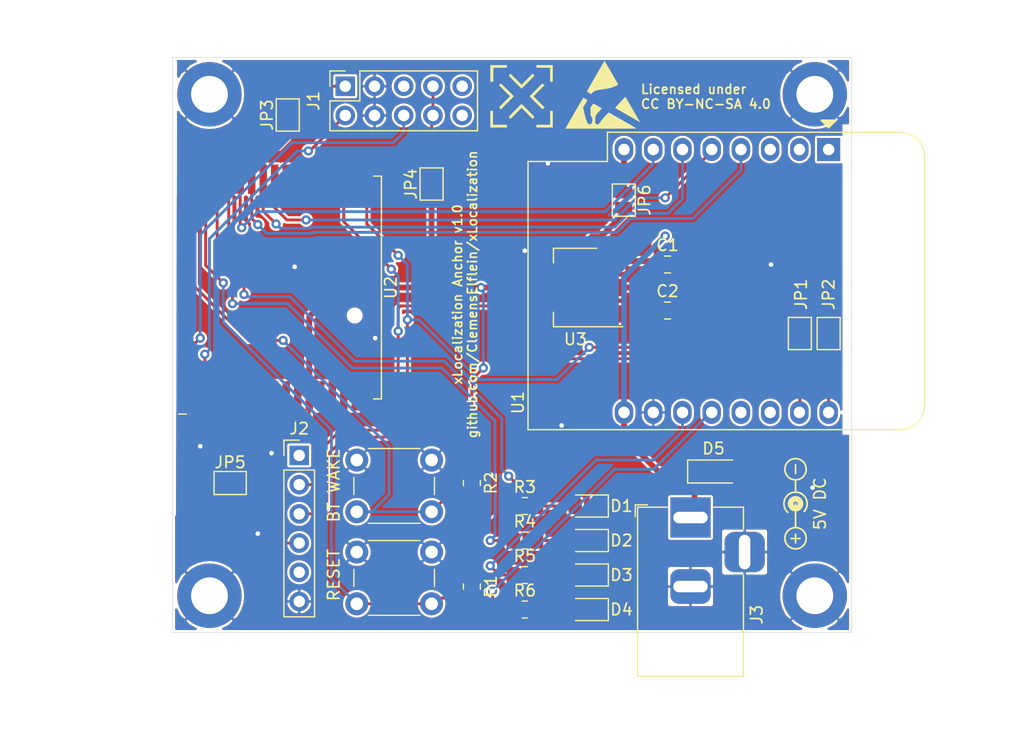
<source format=kicad_pcb>
(kicad_pcb (version 20171130) (host pcbnew "(5.1.10)-1")
  (layers (0 F.Cu signal) (31 B.Cu signal) (34 B.Paste user) (35 F.Paste user) (36 B.SilkS user) (37 F.SilkS user) (38 B.Mask user) (39 F.Mask user) (44 Edge.Cuts user))
  (net 0 "")
  (net 1 "Net-(D1-Pad2)")
  (net 2 GND)
  (net 3 "Net-(D2-Pad2)")
  (net 4 "Net-(J1-Pad7)")
  (net 5 /SWD_CLK)
  (net 6 /SWD_DIO)
  (net 7 "Net-(J1-Pad1)")
  (net 8 "Net-(JP1-Pad2)")
  (net 9 "Net-(JP2-Pad2)")
  (net 10 /DWM_RESET)
  (net 11 +3V3)
  (net 12 "Net-(R1-Pad2)")
  (net 13 "Net-(R3-Pad1)")
  (net 14 "Net-(R4-Pad1)")
  (net 15 "Net-(U1-Pad7)")
  (net 16 "Net-(U1-Pad6)")
  (net 17 "Net-(U1-Pad5)")
  (net 18 "Net-(U1-Pad4)")
  (net 19 +5V)
  (net 20 "Net-(D3-Pad2)")
  (net 21 "Net-(D4-Pad2)")
  (net 22 "Net-(J2-Pad4)")
  (net 23 /DWM_RX)
  (net 24 /DWM_TX)
  (net 25 "Net-(JP6-Pad1)")
  (net 26 "Net-(R5-Pad1)")
  (net 27 "Net-(R6-Pad1)")
  (module Symbol:ESD-Logo_6.6x6mm_SilkScreen (layer F.Cu) (at 136.375 19.225)
    (fp_text reference REF** hide)
    (fp_text value ESD-Logo_6.6x6mm_SilkScreen hide)
  )
  (module x-tech-logo:x-tech-logo (layer F.Cu) (at 129.375 19.4 270)
    (fp_text reference G*** hide)
    (fp_text value LOGO hide)
  )
  (module Symbol:Symbol_Barrel_Polarity (layer F.Cu) (at 153.2 54.8 270)
    (fp_text reference REF** hide)
    (fp_text value Symbol_Barrel_Polarity)
  )
  (module MountingHole:MountingHole_3.2mm_M3_DIN965_Pad (layer F.Cu) (at 154.8 62.8)
    (fp_text reference H4 hide)
    (fp_text value MountingHole_Pad)
    (pad 1 thru_hole circle (at 0 0) (size 5.6 5.6) (drill 3.2) (layers *.Cu *.Mask) (net 2 GND))
  )
  (module MountingHole:MountingHole_3.2mm_M3_DIN965_Pad (layer F.Cu) (at 102.2 19.2)
    (fp_text reference H3 hide)
    (fp_text value MountingHole_Pad)
    (pad 1 thru_hole circle (at 0 0) (size 5.6 5.6) (drill 3.2) (layers *.Cu *.Mask) (net 2 GND))
  )
  (module MountingHole:MountingHole_3.2mm_M3_DIN965_Pad (layer F.Cu) (at 102.2 62.8)
    (fp_text reference H2 hide)
    (fp_text value MountingHole_Pad)
    (pad 1 thru_hole circle (at 0 0) (size 5.6 5.6) (drill 3.2) (layers *.Cu *.Mask) (net 2 GND))
  )
  (module MountingHole:MountingHole_3.2mm_M3_DIN965_Pad (layer F.Cu) (at 154.8 19.2)
    (fp_text reference H1 hide)
    (fp_text value MountingHole_Pad)
    (pad 1 thru_hole circle (at 0 0) (size 5.6 5.6) (drill 3.2) (layers *.Cu *.Mask) (net 2 GND))
  )
  (module Resistor_SMD:R_0805_2012Metric_Pad1.20x1.40mm_HandSolder (layer F.Cu) (at 129.605 64)
    (fp_text reference R6 (at 0 -1.65) (layer F.SilkS))
    (fp_text value 150R)
    (pad 2 smd roundrect (at 1 0) (size 1.2 1.4) (layers F.Cu F.Paste F.Mask) (roundrect_rratio 0.208333) (net 21 "Net-(D4-Pad2)"))
    (pad 1 smd roundrect (at -1 0) (size 1.2 1.4) (layers F.Cu F.Paste F.Mask) (roundrect_rratio 0.208333) (net 27 "Net-(R6-Pad1)"))
  )
  (module Resistor_SMD:R_0805_2012Metric_Pad1.20x1.40mm_HandSolder (layer F.Cu) (at 129.605 61)
    (fp_text reference R5 (at 0 -1.65) (layer F.SilkS))
    (fp_text value 150R)
    (pad 2 smd roundrect (at 1 0) (size 1.2 1.4) (layers F.Cu F.Paste F.Mask) (roundrect_rratio 0.208333) (net 20 "Net-(D3-Pad2)"))
    (pad 1 smd roundrect (at -1 0) (size 1.2 1.4) (layers F.Cu F.Paste F.Mask) (roundrect_rratio 0.208333) (net 26 "Net-(R5-Pad1)"))
  )
  (module Jumper:SolderJumper-2_P1.3mm_Open_Pad1.0x1.5mm (layer F.Cu) (at 138.2 28.4 270)
    (fp_text reference JP6 (at 0 -1.8 90) (layer F.SilkS))
    (fp_text value SolderJumper_2_Open)
    (pad 1 smd rect (at -0.65 0 270) (size 1 1.5) (layers F.Cu F.Mask) (net 25 "Net-(JP6-Pad1)"))
    (pad 2 smd rect (at 0.65 0 270) (size 1 1.5) (layers F.Cu F.Mask) (net 11 +3V3))
  )
  (module Jumper:SolderJumper-2_P1.3mm_Open_Pad1.0x1.5mm (layer F.Cu) (at 104 53)
    (fp_text reference JP5 (at 0 -1.8) (layer F.SilkS))
    (fp_text value SolderJumper_2_Open)
    (pad 1 smd rect (at -0.65 0) (size 1 1.5) (layers F.Cu F.Mask) (net 11 +3V3))
    (pad 2 smd rect (at 0.65 0) (size 1 1.5) (layers F.Cu F.Mask) (net 22 "Net-(J2-Pad4)"))
  )
  (module Connector_BarrelJack:BarrelJack_Horizontal (layer F.Cu) (at 144 56 90)
    (fp_text reference J3 (at -8.45 5.75 90) (layer F.SilkS))
    (fp_text value Barrel_Jack_Switch)
    (pad 3 thru_hole roundrect (at -3 4.7 90) (size 3.5 3.5) (drill oval 3 1) (layers *.Cu *.Mask) (net 2 GND))
    (pad 2 thru_hole roundrect (at -6 0 90) (size 3 3.5) (drill oval 1 3) (layers *.Cu *.Mask) (net 2 GND))
    (pad 1 thru_hole rect (at 0 0 90) (size 3.5 3.5) (drill oval 1 3) (layers *.Cu *.Mask) (net 19 +5V))
  )
  (module Connector_PinHeader_2.54mm:PinHeader_1x06_P2.54mm_Vertical (layer F.Cu) (at 110 50.6)
    (fp_text reference J2 (at 0 -2.33) (layer F.SilkS))
    (fp_text value Conn_01x06)
    (pad 6 thru_hole oval (at 0 12.7) (size 1.7 1.7) (drill 1) (layers *.Cu *.Mask) (net 2 GND))
    (pad 5 thru_hole oval (at 0 10.16) (size 1.7 1.7) (drill 1) (layers *.Cu *.Mask))
    (pad 4 thru_hole oval (at 0 7.62) (size 1.7 1.7) (drill 1) (layers *.Cu *.Mask) (net 22 "Net-(J2-Pad4)"))
    (pad 3 thru_hole oval (at 0 5.08) (size 1.7 1.7) (drill 1) (layers *.Cu *.Mask) (net 23 /DWM_RX))
    (pad 2 thru_hole oval (at 0 2.54) (size 1.7 1.7) (drill 1) (layers *.Cu *.Mask) (net 24 /DWM_TX))
    (pad 1 thru_hole rect (at 0 0) (size 1.7 1.7) (drill 1) (layers *.Cu *.Mask))
  )
  (module Diode_SMD:D_SOD-123 (layer F.Cu) (at 146 52)
    (fp_text reference D5 (at 0 -2) (layer F.SilkS))
    (fp_text value D_Schottky)
    (pad 2 smd rect (at 1.65 0) (size 0.9 1.2) (layers F.Cu F.Paste F.Mask) (net 2 GND))
    (pad 1 smd rect (at -1.65 0) (size 0.9 1.2) (layers F.Cu F.Paste F.Mask) (net 19 +5V))
  )
  (module LED_SMD:LED_0805_2012Metric_Pad1.15x1.40mm_HandSolder (layer F.Cu) (at 135 64 180)
    (fp_text reference D4 (at -3 0) (layer F.SilkS))
    (fp_text value LED)
    (pad 2 smd roundrect (at 1.025 0 180) (size 1.15 1.4) (layers F.Cu F.Paste F.Mask) (roundrect_rratio 0.217391) (net 21 "Net-(D4-Pad2)"))
    (pad 1 smd roundrect (at -1.025 0 180) (size 1.15 1.4) (layers F.Cu F.Paste F.Mask) (roundrect_rratio 0.217391) (net 2 GND))
  )
  (module LED_SMD:LED_0805_2012Metric_Pad1.15x1.40mm_HandSolder (layer F.Cu) (at 135 61 180)
    (fp_text reference D3 (at -3 0) (layer F.SilkS))
    (fp_text value LED)
    (pad 2 smd roundrect (at 1.025 0 180) (size 1.15 1.4) (layers F.Cu F.Paste F.Mask) (roundrect_rratio 0.217391) (net 20 "Net-(D3-Pad2)"))
    (pad 1 smd roundrect (at -1.025 0 180) (size 1.15 1.4) (layers F.Cu F.Paste F.Mask) (roundrect_rratio 0.217391) (net 2 GND))
  )
  (module Capacitor_SMD:C_0805_2012Metric (layer F.Cu) (at 142 38)
    (fp_text reference C2 (at 0 -1.68) (layer F.SilkS))
    (fp_text value C)
    (pad 2 smd roundrect (at 0.95 0) (size 1 1.45) (layers F.Cu F.Paste F.Mask) (net 2 GND))
    (pad 1 smd roundrect (at -0.95 0) (size 1 1.45) (layers F.Cu F.Paste F.Mask) (net 11 +3V3))
  )
  (module Capacitor_SMD:C_0805_2012Metric (layer F.Cu) (at 142 34)
    (fp_text reference C1 (at 0 -1.68) (layer F.SilkS))
    (fp_text value C)
    (pad 2 smd roundrect (at 0.95 0) (size 1 1.45) (layers F.Cu F.Paste F.Mask) (net 2 GND))
    (pad 1 smd roundrect (at -0.95 0) (size 1 1.45) (layers F.Cu F.Paste F.Mask) (net 19 +5V))
  )
  (module Package_TO_SOT_SMD:SOT-223-3_TabPin2 (layer F.Cu) (at 134 36 180)
    (fp_text reference U3 (at 0 -4.5) (layer F.SilkS))
    (fp_text value AZ1117-3.3)
    (pad 1 smd rect (at -3.15 -2.3 180) (size 2 1.5) (layers F.Cu F.Paste F.Mask) (net 2 GND))
    (pad 3 smd rect (at -3.15 2.3 180) (size 2 1.5) (layers F.Cu F.Paste F.Mask) (net 19 +5V))
    (pad 2 smd rect (at -3.15 0 180) (size 2 1.5) (layers F.Cu F.Paste F.Mask) (net 11 +3V3))
    (pad 2 smd rect (at 3.15 0 180) (size 2 3.8) (layers F.Cu F.Paste F.Mask) (net 11 +3V3))
  )
  (module RF_Module:DecaWave_DWM1001 (layer F.Cu) (at 108 36 90)
    (fp_text reference U2 (at 0 9.955 90) (layer F.SilkS))
    (fp_text value DWM1001)
    (pad 34 smd rect (at 9.42 -8.13 90) (size 2.54 0.65) (layers F.Cu F.Paste F.Mask) (net 2 GND))
    (pad 33 smd rect (at 9.42 -7.13 90) (size 2.54 0.65) (layers F.Cu F.Paste F.Mask) (net 10 /DWM_RESET))
    (pad 32 smd rect (at 9.42 -6.13 90) (size 2.54 0.65) (layers F.Cu F.Paste F.Mask) (net 12 "Net-(R1-Pad2)"))
    (pad 31 smd rect (at 9.42 -5.13 90) (size 2.54 0.65) (layers F.Cu F.Paste F.Mask) (net 14 "Net-(R4-Pad1)"))
    (pad 30 smd rect (at 9.42 -4.13 90) (size 2.54 0.65) (layers F.Cu F.Paste F.Mask) (net 13 "Net-(R3-Pad1)"))
    (pad 29 smd rect (at 9.42 -3.13 90) (size 2.54 0.65) (layers F.Cu F.Paste F.Mask) (net 15 "Net-(U1-Pad7)"))
    (pad 28 smd rect (at 9.42 -2.13 90) (size 2.54 0.65) (layers F.Cu F.Paste F.Mask) (net 18 "Net-(U1-Pad4)"))
    (pad 27 smd rect (at 9.42 -1.13 90) (size 2.54 0.65) (layers F.Cu F.Paste F.Mask) (net 16 "Net-(U1-Pad6)"))
    (pad 26 smd rect (at 9.42 -0.13 90) (size 2.54 0.65) (layers F.Cu F.Paste F.Mask) (net 17 "Net-(U1-Pad5)"))
    (pad 25 smd rect (at 9.42 0.87 90) (size 2.54 0.65) (layers F.Cu F.Paste F.Mask))
    (pad 24 smd rect (at 9.42 1.87 90) (size 2.54 0.65) (layers F.Cu F.Paste F.Mask) (net 2 GND))
    (pad 23 smd rect (at 9.42 2.87 90) (size 2.54 0.65) (layers F.Cu F.Paste F.Mask))
    (pad 22 smd rect (at 9.42 3.87 90) (size 2.54 0.65) (layers F.Cu F.Paste F.Mask))
    (pad 21 smd rect (at 9.42 4.87 90) (size 2.54 0.65) (layers F.Cu F.Paste F.Mask))
    (pad 20 smd rect (at 9.42 5.87 90) (size 2.54 0.65) (layers F.Cu F.Paste F.Mask) (net 24 /DWM_TX))
    (pad 19 smd rect (at 9.42 6.87 90) (size 2.54 0.65) (layers F.Cu F.Paste F.Mask))
    (pad 18 smd rect (at 9.42 7.87 90) (size 2.54 0.65) (layers F.Cu F.Paste F.Mask) (net 23 /DWM_RX))
    (pad 17 smd rect (at -9.42 7.87 90) (size 2.54 0.65) (layers F.Cu F.Paste F.Mask))
    (pad 16 smd rect (at -9.42 6.87 90) (size 2.54 0.65) (layers F.Cu F.Paste F.Mask))
    (pad 15 smd rect (at -9.42 5.87 90) (size 2.54 0.65) (layers F.Cu F.Paste F.Mask))
    (pad 14 smd rect (at -9.42 4.87 90) (size 2.54 0.65) (layers F.Cu F.Paste F.Mask))
    (pad 13 smd rect (at -9.42 3.87 90) (size 2.54 0.65) (layers F.Cu F.Paste F.Mask))
    (pad 12 smd rect (at -9.42 2.87 90) (size 2.54 0.65) (layers F.Cu F.Paste F.Mask) (net 11 +3V3))
    (pad 11 smd rect (at -9.42 1.87 90) (size 2.54 0.65) (layers F.Cu F.Paste F.Mask) (net 2 GND))
    (pad 10 smd rect (at -9.42 0.87 90) (size 2.54 0.65) (layers F.Cu F.Paste F.Mask))
    (pad 9 smd rect (at -9.42 -0.13 90) (size 2.54 0.65) (layers F.Cu F.Paste F.Mask))
    (pad 8 smd rect (at -9.42 -1.13 90) (size 2.54 0.65) (layers F.Cu F.Paste F.Mask))
    (pad 7 smd rect (at -9.42 -2.13 90) (size 2.54 0.65) (layers F.Cu F.Paste F.Mask))
    (pad 6 smd rect (at -9.42 -3.13 90) (size 2.54 0.65) (layers F.Cu F.Paste F.Mask))
    (pad 5 smd rect (at -9.42 -4.13 90) (size 2.54 0.65) (layers F.Cu F.Paste F.Mask))
    (pad 4 smd rect (at -9.42 -5.13 90) (size 2.54 0.65) (layers F.Cu F.Paste F.Mask))
    (pad 3 smd rect (at -9.42 -6.13 90) (size 2.54 0.65) (layers F.Cu F.Paste F.Mask) (net 6 /SWD_DIO))
    (pad 2 smd rect (at -9.42 -7.13 90) (size 2.54 0.65) (layers F.Cu F.Paste F.Mask) (net 5 /SWD_CLK))
    (pad 1 smd rect (at -9.42 -8.13 90) (size 2.54 0.65) (layers F.Cu F.Paste F.Mask) (net 2 GND))
    (pad "" np_thru_hole circle (at -2.435 6.82 90) (size 1 1) (drill 1) (layers *.Cu *.Mask))
  )
  (module Module:WEMOS_D1_mini_light (layer F.Cu) (at 156 24 270)
    (fp_text reference U1 (at 22 27 270) (layer F.SilkS))
    (fp_text value WeMos_D1_mini)
    (pad 16 thru_hole oval (at 22.86 0 270) (size 2 1.6) (drill 1) (layers *.Cu *.Mask) (net 9 "Net-(JP2-Pad2)"))
    (pad 15 thru_hole oval (at 22.86 2.54 270) (size 2 1.6) (drill 1) (layers *.Cu *.Mask) (net 8 "Net-(JP1-Pad2)"))
    (pad 14 thru_hole oval (at 22.86 5.08 270) (size 2 1.6) (drill 1) (layers *.Cu *.Mask))
    (pad 13 thru_hole oval (at 22.86 7.62 270) (size 2 1.6) (drill 1) (layers *.Cu *.Mask))
    (pad 12 thru_hole oval (at 22.86 10.16 270) (size 2 1.6) (drill 1) (layers *.Cu *.Mask) (net 27 "Net-(R6-Pad1)"))
    (pad 11 thru_hole oval (at 22.86 12.7 270) (size 2 1.6) (drill 1) (layers *.Cu *.Mask) (net 26 "Net-(R5-Pad1)"))
    (pad 10 thru_hole oval (at 22.86 15.24 270) (size 2 1.6) (drill 1) (layers *.Cu *.Mask) (net 2 GND))
    (pad 9 thru_hole oval (at 22.86 17.78 270) (size 2 1.6) (drill 1) (layers *.Cu *.Mask) (net 19 +5V))
    (pad 8 thru_hole oval (at 0 17.78 270) (size 2 1.6) (drill 1) (layers *.Cu *.Mask) (net 25 "Net-(JP6-Pad1)"))
    (pad 7 thru_hole oval (at 0 15.24 270) (size 2 1.6) (drill 1) (layers *.Cu *.Mask) (net 15 "Net-(U1-Pad7)"))
    (pad 6 thru_hole oval (at 0 12.7 270) (size 2 1.6) (drill 1) (layers *.Cu *.Mask) (net 16 "Net-(U1-Pad6)"))
    (pad 5 thru_hole oval (at 0 10.16 270) (size 2 1.6) (drill 1) (layers *.Cu *.Mask) (net 17 "Net-(U1-Pad5)"))
    (pad 4 thru_hole oval (at 0 7.62 270) (size 2 1.6) (drill 1) (layers *.Cu *.Mask) (net 18 "Net-(U1-Pad4)"))
    (pad 3 thru_hole oval (at 0 5.08 270) (size 2 1.6) (drill 1) (layers *.Cu *.Mask))
    (pad 1 thru_hole rect (at 0 0 270) (size 2 2) (drill 1) (layers *.Cu *.Mask))
    (pad 2 thru_hole oval (at 0 2.54 270) (size 2 1.6) (drill 1) (layers *.Cu *.Mask))
  )
  (module Button_Switch_THT:SW_PUSH_6mm (layer F.Cu) (at 115 51)
    (fp_text reference SW2 hide)
    (fp_text value SW_Push)
    (pad 1 thru_hole circle (at 6.5 0 90) (size 2 2) (drill 1.1) (layers *.Cu *.Mask) (net 2 GND))
    (pad 2 thru_hole circle (at 6.5 4.5 90) (size 2 2) (drill 1.1) (layers *.Cu *.Mask) (net 10 /DWM_RESET))
    (pad 1 thru_hole circle (at 0 0 90) (size 2 2) (drill 1.1) (layers *.Cu *.Mask) (net 2 GND))
    (pad 2 thru_hole circle (at 0 4.5 90) (size 2 2) (drill 1.1) (layers *.Cu *.Mask) (net 10 /DWM_RESET))
  )
  (module Button_Switch_THT:SW_PUSH_6mm (layer F.Cu) (at 115 59)
    (fp_text reference SW1 hide)
    (fp_text value SW_Push)
    (pad 1 thru_hole circle (at 6.5 0 90) (size 2 2) (drill 1.1) (layers *.Cu *.Mask) (net 2 GND))
    (pad 2 thru_hole circle (at 6.5 4.5 90) (size 2 2) (drill 1.1) (layers *.Cu *.Mask) (net 12 "Net-(R1-Pad2)"))
    (pad 1 thru_hole circle (at 0 0 90) (size 2 2) (drill 1.1) (layers *.Cu *.Mask) (net 2 GND))
    (pad 2 thru_hole circle (at 0 4.5 90) (size 2 2) (drill 1.1) (layers *.Cu *.Mask) (net 12 "Net-(R1-Pad2)"))
  )
  (module Resistor_SMD:R_0805_2012Metric_Pad1.20x1.40mm_HandSolder (layer F.Cu) (at 129.605 58)
    (fp_text reference R4 (at 0 -1.65) (layer F.SilkS))
    (fp_text value 150R)
    (pad 2 smd roundrect (at 1 0) (size 1.2 1.4) (layers F.Cu F.Paste F.Mask) (roundrect_rratio 0.208333) (net 3 "Net-(D2-Pad2)"))
    (pad 1 smd roundrect (at -1 0) (size 1.2 1.4) (layers F.Cu F.Paste F.Mask) (roundrect_rratio 0.208333) (net 14 "Net-(R4-Pad1)"))
  )
  (module Resistor_SMD:R_0805_2012Metric_Pad1.20x1.40mm_HandSolder (layer F.Cu) (at 129.605 55)
    (fp_text reference R3 (at 0 -1.65) (layer F.SilkS))
    (fp_text value 150R)
    (pad 2 smd roundrect (at 1 0) (size 1.2 1.4) (layers F.Cu F.Paste F.Mask) (roundrect_rratio 0.208333) (net 1 "Net-(D1-Pad2)"))
    (pad 1 smd roundrect (at -1 0) (size 1.2 1.4) (layers F.Cu F.Paste F.Mask) (roundrect_rratio 0.208333) (net 13 "Net-(R3-Pad1)"))
  )
  (module Resistor_SMD:R_0805_2012Metric_Pad1.20x1.40mm_HandSolder (layer F.Cu) (at 125 53 270)
    (fp_text reference R2 (at 0 -1.65 90) (layer F.SilkS))
    (fp_text value 10kR)
    (pad 2 smd roundrect (at 1 0 270) (size 1.2 1.4) (layers F.Cu F.Paste F.Mask) (roundrect_rratio 0.208333) (net 10 /DWM_RESET))
    (pad 1 smd roundrect (at -1 0 270) (size 1.2 1.4) (layers F.Cu F.Paste F.Mask) (roundrect_rratio 0.208333) (net 11 +3V3))
  )
  (module Resistor_SMD:R_0805_2012Metric_Pad1.20x1.40mm_HandSolder (layer F.Cu) (at 125 62 270)
    (fp_text reference R1 (at 0 -1.65 90) (layer F.SilkS))
    (fp_text value 10kR)
    (pad 2 smd roundrect (at 1 0 270) (size 1.2 1.4) (layers F.Cu F.Paste F.Mask) (roundrect_rratio 0.208333) (net 12 "Net-(R1-Pad2)"))
    (pad 1 smd roundrect (at -1 0 270) (size 1.2 1.4) (layers F.Cu F.Paste F.Mask) (roundrect_rratio 0.208333) (net 11 +3V3))
  )
  (module Jumper:SolderJumper-2_P1.3mm_Open_Pad1.0x1.5mm (layer F.Cu) (at 121.5 27 90)
    (fp_text reference JP4 (at 0 -1.8 90) (layer F.SilkS))
    (fp_text value SolderJumper_2_Open)
    (pad 1 smd rect (at -0.65 0 90) (size 1 1.5) (layers F.Cu F.Mask) (net 11 +3V3))
    (pad 2 smd rect (at 0.65 0 90) (size 1 1.5) (layers F.Cu F.Mask) (net 4 "Net-(J1-Pad7)"))
  )
  (module Jumper:SolderJumper-2_P1.3mm_Open_Pad1.0x1.5mm (layer F.Cu) (at 109 21 90)
    (fp_text reference JP3 (at 0 -1.8 90) (layer F.SilkS))
    (fp_text value SolderJumper_2_Open)
    (pad 1 smd rect (at -0.65 0 90) (size 1 1.5) (layers F.Cu F.Mask) (net 10 /DWM_RESET))
    (pad 2 smd rect (at 0.65 0 90) (size 1 1.5) (layers F.Cu F.Mask) (net 7 "Net-(J1-Pad1)"))
  )
  (module Jumper:SolderJumper-2_P1.3mm_Open_Pad1.0x1.5mm (layer F.Cu) (at 156 40 270)
    (fp_text reference JP2 (at -3.4 0 90) (layer F.SilkS))
    (fp_text value SolderJumper_2_Open)
    (pad 1 smd rect (at -0.65 0 270) (size 1 1.5) (layers F.Cu F.Mask) (net 23 /DWM_RX))
    (pad 2 smd rect (at 0.65 0 270) (size 1 1.5) (layers F.Cu F.Mask) (net 9 "Net-(JP2-Pad2)"))
  )
  (module Jumper:SolderJumper-2_P1.3mm_Open_Pad1.0x1.5mm (layer F.Cu) (at 153.5 40 270)
    (fp_text reference JP1 (at -3.4 -0.1 90) (layer F.SilkS))
    (fp_text value SolderJumper_2_Open)
    (pad 1 smd rect (at -0.65 0 270) (size 1 1.5) (layers F.Cu F.Mask) (net 24 /DWM_TX))
    (pad 2 smd rect (at 0.65 0 270) (size 1 1.5) (layers F.Cu F.Mask) (net 8 "Net-(JP1-Pad2)"))
  )
  (module Connector_PinSocket_2.54mm:PinSocket_2x05_P2.54mm_Vertical (layer F.Cu) (at 114 18.5 90)
    (fp_text reference J1 (at -1.27 -2.77 90) (layer F.SilkS))
    (fp_text value Conn_02x05_Odd_Even)
    (pad 10 thru_hole oval (at -2.54 10.16 90) (size 1.7 1.7) (drill 1) (layers *.Cu *.Mask))
    (pad 9 thru_hole oval (at 0 10.16 90) (size 1.7 1.7) (drill 1) (layers *.Cu *.Mask))
    (pad 8 thru_hole oval (at -2.54 7.62 90) (size 1.7 1.7) (drill 1) (layers *.Cu *.Mask) (net 4 "Net-(J1-Pad7)"))
    (pad 7 thru_hole oval (at 0 7.62 90) (size 1.7 1.7) (drill 1) (layers *.Cu *.Mask) (net 4 "Net-(J1-Pad7)"))
    (pad 6 thru_hole oval (at -2.54 5.08 90) (size 1.7 1.7) (drill 1) (layers *.Cu *.Mask) (net 5 /SWD_CLK))
    (pad 5 thru_hole oval (at 0 5.08 90) (size 1.7 1.7) (drill 1) (layers *.Cu *.Mask))
    (pad 4 thru_hole oval (at -2.54 2.54 90) (size 1.7 1.7) (drill 1) (layers *.Cu *.Mask) (net 2 GND))
    (pad 3 thru_hole oval (at 0 2.54 90) (size 1.7 1.7) (drill 1) (layers *.Cu *.Mask) (net 2 GND))
    (pad 2 thru_hole oval (at -2.54 0 90) (size 1.7 1.7) (drill 1) (layers *.Cu *.Mask) (net 6 /SWD_DIO))
    (pad 1 thru_hole rect (at 0 0 90) (size 1.7 1.7) (drill 1) (layers *.Cu *.Mask) (net 7 "Net-(J1-Pad1)"))
  )
  (module LED_SMD:LED_0805_2012Metric_Pad1.15x1.40mm_HandSolder (layer F.Cu) (at 135 58 180)
    (fp_text reference D2 (at -3 0) (layer F.SilkS))
    (fp_text value LED)
    (pad 2 smd roundrect (at 1.025 0 180) (size 1.15 1.4) (layers F.Cu F.Paste F.Mask) (roundrect_rratio 0.217391) (net 3 "Net-(D2-Pad2)"))
    (pad 1 smd roundrect (at -1.025 0 180) (size 1.15 1.4) (layers F.Cu F.Paste F.Mask) (roundrect_rratio 0.217391) (net 2 GND))
  )
  (module LED_SMD:LED_0805_2012Metric_Pad1.15x1.40mm_HandSolder (layer F.Cu) (at 135 55 180)
    (fp_text reference D1 (at -3 0) (layer F.SilkS))
    (fp_text value LED)
    (pad 2 smd roundrect (at 1.025 0 180) (size 1.15 1.4) (layers F.Cu F.Paste F.Mask) (roundrect_rratio 0.217391) (net 1 "Net-(D1-Pad2)"))
    (pad 1 smd roundrect (at -1.025 0 180) (size 1.15 1.4) (layers F.Cu F.Paste F.Mask) (roundrect_rratio 0.217391) (net 2 GND))
  )
  (gr_text "Licensed under\nCC BY-NC-SA 4.0" (at 139.6 19.4) (layer F.SilkS) (effects (font (size 0.8 0.8)) (justify left)))
  (gr_text "xLocalization Anchor v1.0\ngithub.com/ClemensElflein/xLocalization" (at 124.4 36.6 90) (layer F.SilkS) (effects (font (size 0.8 0.8))))
  (gr_text "5V DC" (at 155.25 54.8 90) (layer F.SilkS) (effects (font (size 1 1))))
  (gr_text + (at 153.125 57.75) (layer F.SilkS) (effects (font (size 1 1))))
  (gr_text - (at 153.05 51.8 90) (layer F.SilkS) (effects (font (size 1 1))))
  (gr_text RESET (at 113 61 90) (layer F.SilkS) (effects (font (size 1 1))))
  (gr_text "BT WAKE" (at 113 53.2 90) (layer F.SilkS) (effects (font (size 1 1))))
  (gr_line (start 158 16) (end 99 16) (layer Edge.Cuts) (width 0.05))
  (gr_line (start 158 66) (end 158 16) (layer Edge.Cuts) (width 0.05))
  (gr_line (start 99 66) (end 158 66) (layer Edge.Cuts) (width 0.05))
  (gr_line (start 99 16) (end 99 66) (layer Edge.Cuts) (width 0.05))
  (segment (start 130.605 55) (end 133.975 55) (width 0.25) (layer F.Cu) (net 1))
  (via (at 131.6 25.2) (size 0.8) (drill 0.4) (layers F.Cu B.Cu) (net 2))
  (via (at 151 34) (size 0.8) (drill 0.4) (layers F.Cu B.Cu) (net 2))
  (via (at 132.8 48) (size 0.8) (drill 0.4) (layers F.Cu B.Cu) (net 2))
  (via (at 154.6 53.4) (size 0.8) (drill 0.4) (layers F.Cu B.Cu) (net 2))
  (via (at 109.6 34.2) (size 0.8) (drill 0.4) (layers F.Cu B.Cu) (net 2))
  (via (at 116.6 40.4) (size 0.8) (drill 0.4) (layers F.Cu B.Cu) (net 2))
  (via (at 101.4 49.8) (size 0.8) (drill 0.4) (layers F.Cu B.Cu) (net 2))
  (via (at 107.6 50.4) (size 0.8) (drill 0.4) (layers F.Cu B.Cu) (net 2))
  (via (at 106.4 57.4) (size 0.8) (drill 0.4) (layers F.Cu B.Cu) (net 2))
  (via (at 129.6 32.8) (size 0.8) (drill 0.4) (layers F.Cu B.Cu) (net 2))
  (segment (start 133.975 58) (end 130.605 58) (width 0.25) (layer F.Cu) (net 3))
  (segment (start 121.5 21.16) (end 121.62 21.04) (width 0.25) (layer F.Cu) (net 4))
  (segment (start 121.5 26.35) (end 121.5 21.16) (width 0.25) (layer F.Cu) (net 4))
  (segment (start 121.62 18.5) (end 121.62 21.04) (width 0.25) (layer F.Cu) (net 4))
  (via (at 101.4 40.4) (size 0.8) (drill 0.4) (layers F.Cu B.Cu) (net 5))
  (segment (start 100.87 40.93) (end 101.4 40.4) (width 0.25) (layer F.Cu) (net 5))
  (segment (start 100.87 45.42) (end 100.87 40.93) (width 0.25) (layer F.Cu) (net 5))
  (segment (start 101.4 40.4) (end 101.4 31.4) (width 0.25) (layer B.Cu) (net 5))
  (segment (start 101.4 31.4) (end 109.4 23.4) (width 0.25) (layer B.Cu) (net 5))
  (segment (start 109.4 23.4) (end 118.2 23.4) (width 0.25) (layer B.Cu) (net 5))
  (segment (start 119.08 22.52) (end 119.08 21.04) (width 0.25) (layer B.Cu) (net 5))
  (segment (start 118.2 23.4) (end 119.08 22.52) (width 0.25) (layer B.Cu) (net 5))
  (via (at 101.8 41.8) (size 0.8) (drill 0.4) (layers F.Cu B.Cu) (net 6))
  (segment (start 101.8 45.35) (end 101.87 45.42) (width 0.25) (layer F.Cu) (net 6))
  (segment (start 101.8 41.8) (end 101.8 45.35) (width 0.25) (layer F.Cu) (net 6))
  (via (at 110.8 24.12501) (size 0.8) (drill 0.4) (layers F.Cu B.Cu) (net 6))
  (segment (start 110.91499 24.12501) (end 110.8 24.12501) (width 0.25) (layer F.Cu) (net 6))
  (segment (start 102.199999 41.400001) (end 102.199999 31.759326) (width 0.25) (layer B.Cu) (net 6))
  (segment (start 101.8 41.8) (end 102.199999 41.400001) (width 0.25) (layer B.Cu) (net 6))
  (segment (start 102.199999 31.759326) (end 109.834315 24.12501) (width 0.25) (layer B.Cu) (net 6))
  (segment (start 109.834315 24.12501) (end 110.8 24.12501) (width 0.25) (layer B.Cu) (net 6))
  (segment (start 114 21.04) (end 110.91499 24.12501) (width 0.25) (layer F.Cu) (net 6))
  (segment (start 109 20.35) (end 109 19) (width 0.25) (layer F.Cu) (net 7))
  (segment (start 109.5 18.5) (end 114 18.5) (width 0.25) (layer F.Cu) (net 7))
  (segment (start 109 19) (end 109.5 18.5) (width 0.25) (layer F.Cu) (net 7))
  (segment (start 153.5 46.82) (end 153.46 46.86) (width 0.25) (layer F.Cu) (net 8))
  (segment (start 153.5 40.65) (end 153.5 46.82) (width 0.25) (layer F.Cu) (net 8))
  (segment (start 156 40.65) (end 156 46.86) (width 0.25) (layer F.Cu) (net 9))
  (segment (start 109 21.65) (end 109 23) (width 0.25) (layer F.Cu) (net 10))
  (segment (start 109 23) (end 108.2 23.8) (width 0.25) (layer F.Cu) (net 10))
  (segment (start 108.2 23.8) (end 101.6 23.8) (width 0.25) (layer F.Cu) (net 10))
  (segment (start 100.87 24.53) (end 100.87 26.58) (width 0.25) (layer F.Cu) (net 10))
  (segment (start 101.6 23.8) (end 100.87 24.53) (width 0.25) (layer F.Cu) (net 10))
  (segment (start 121.5 55.5) (end 115 55.5) (width 0.25) (layer B.Cu) (net 10))
  (segment (start 123 54) (end 121.5 55.5) (width 0.25) (layer F.Cu) (net 10))
  (segment (start 125 54) (end 123 54) (width 0.25) (layer F.Cu) (net 10))
  (segment (start 100.87 26.58) (end 100.87 35.87) (width 0.25) (layer F.Cu) (net 10))
  (via (at 108.6 40.6) (size 0.8) (drill 0.4) (layers F.Cu B.Cu) (net 10))
  (segment (start 105.6 40.6) (end 108.6 40.6) (width 0.25) (layer F.Cu) (net 10))
  (segment (start 100.87 35.87) (end 105.6 40.6) (width 0.25) (layer F.Cu) (net 10))
  (segment (start 108.6 40.6) (end 117.8 49.8) (width 0.25) (layer B.Cu) (net 10))
  (segment (start 117.8 49.8) (end 117.8 54) (width 0.25) (layer B.Cu) (net 10))
  (segment (start 116.3 55.5) (end 115 55.5) (width 0.25) (layer B.Cu) (net 10))
  (segment (start 117.8 54) (end 116.3 55.5) (width 0.25) (layer B.Cu) (net 10))
  (segment (start 137.15 36) (end 140.4 36) (width 0.5) (layer F.Cu) (net 11))
  (segment (start 141.05 36.65) (end 141.05 38) (width 0.5) (layer F.Cu) (net 11))
  (segment (start 140.4 36) (end 141.05 36.65) (width 0.5) (layer F.Cu) (net 11))
  (segment (start 138.2 29.05) (end 138.2 29.6) (width 0.5) (layer F.Cu) (net 11))
  (segment (start 138.2 29.6) (end 136.2 31.6) (width 0.5) (layer F.Cu) (net 11))
  (segment (start 136.2 31.6) (end 135.4 31.6) (width 0.5) (layer F.Cu) (net 11))
  (segment (start 135.4 31.6) (end 134.2 32.8) (width 0.5) (layer F.Cu) (net 11))
  (segment (start 135.65 36) (end 137.15 36) (width 0.5) (layer F.Cu) (net 11))
  (segment (start 134.2 34.55) (end 135.65 36) (width 0.5) (layer F.Cu) (net 11))
  (segment (start 134.2 32.8) (end 134.2 34.55) (width 0.5) (layer F.Cu) (net 11))
  (segment (start 137.15 36) (end 131 36) (width 0.5) (layer F.Cu) (net 11))
  (segment (start 121.5 27.65) (end 121.5 32.3) (width 0.5) (layer F.Cu) (net 11))
  (segment (start 121.5 32.3) (end 125.2 36) (width 0.5) (layer F.Cu) (net 11))
  (segment (start 110.87 38.53) (end 110.87 45.42) (width 0.5) (layer F.Cu) (net 11))
  (segment (start 113.4 36) (end 110.87 38.53) (width 0.5) (layer F.Cu) (net 11))
  (segment (start 125 61) (end 125 57.4) (width 0.25) (layer F.Cu) (net 11))
  (segment (start 125 57.4) (end 126.8 55.6) (width 0.25) (layer F.Cu) (net 11))
  (segment (start 126.8 55.6) (end 126.8 52.6) (width 0.25) (layer F.Cu) (net 11))
  (segment (start 126.2 52) (end 125 52) (width 0.25) (layer F.Cu) (net 11))
  (segment (start 126.8 52.6) (end 126.2 52) (width 0.25) (layer F.Cu) (net 11))
  (segment (start 103.35 53) (end 103.35 50.65) (width 0.25) (layer F.Cu) (net 11))
  (segment (start 103.35 50.65) (end 105.8 48.2) (width 0.25) (layer F.Cu) (net 11))
  (segment (start 105.8 48.2) (end 110.2 48.2) (width 0.25) (layer F.Cu) (net 11))
  (segment (start 110.87 47.53) (end 110.87 45.42) (width 0.25) (layer F.Cu) (net 11))
  (segment (start 110.2 48.2) (end 110.87 47.53) (width 0.25) (layer F.Cu) (net 11))
  (segment (start 125 36) (end 113.4 36) (width 0.5) (layer F.Cu) (net 11))
  (segment (start 125.2 36) (end 125 36) (width 0.5) (layer F.Cu) (net 11))
  (via (at 126 43) (size 0.8) (drill 0.4) (layers F.Cu B.Cu) (net 11))
  (segment (start 125 44) (end 126 43) (width 0.25) (layer F.Cu) (net 11))
  (segment (start 125 52) (end 125 44) (width 0.25) (layer F.Cu) (net 11))
  (via (at 125.8 36) (size 0.8) (drill 0.4) (layers F.Cu B.Cu) (net 11))
  (segment (start 126 43) (end 126 36.2) (width 0.25) (layer B.Cu) (net 11))
  (segment (start 125.8 36) (end 130.85 36) (width 0.5) (layer F.Cu) (net 11))
  (segment (start 126 36.2) (end 125.8 36) (width 0.25) (layer B.Cu) (net 11))
  (segment (start 125.2 36) (end 125.8 36) (width 0.5) (layer F.Cu) (net 11))
  (segment (start 131 36) (end 130.85 36) (width 0.5) (layer F.Cu) (net 11))
  (segment (start 122 63) (end 121.5 63.5) (width 0.25) (layer F.Cu) (net 12))
  (segment (start 125 63) (end 122 63) (width 0.25) (layer F.Cu) (net 12))
  (segment (start 121.5 63.5) (end 115 63.5) (width 0.25) (layer F.Cu) (net 12))
  (segment (start 115 63.5) (end 112.8 61.3) (width 0.25) (layer B.Cu) (net 12))
  (segment (start 112.8 61.3) (end 112.8 48.4) (width 0.25) (layer B.Cu) (net 12))
  (via (at 103.4 35.6) (size 0.8) (drill 0.4) (layers F.Cu B.Cu) (net 12))
  (segment (start 103.4 39) (end 103.4 35.6) (width 0.25) (layer B.Cu) (net 12))
  (segment (start 112.8 48.4) (end 103.4 39) (width 0.25) (layer B.Cu) (net 12))
  (segment (start 101.87 34.07) (end 101.87 26.58) (width 0.25) (layer F.Cu) (net 12))
  (segment (start 103.4 35.6) (end 101.87 34.07) (width 0.25) (layer F.Cu) (net 12))
  (via (at 128.2 52.4) (size 0.8) (drill 0.4) (layers F.Cu B.Cu) (net 13))
  (segment (start 128.605 52.805) (end 128.2 52.4) (width 0.25) (layer F.Cu) (net 13))
  (segment (start 128.605 55) (end 128.605 52.805) (width 0.25) (layer F.Cu) (net 13))
  (segment (start 128.2 52.4) (end 127.6 51.8) (width 0.25) (layer B.Cu) (net 13))
  (segment (start 127.6 51.8) (end 127.6 47.4) (width 0.25) (layer B.Cu) (net 13))
  (segment (start 127.6 47.4) (end 122.6 42.4) (width 0.25) (layer B.Cu) (net 13))
  (segment (start 122.6 42.4) (end 114.8 42.4) (width 0.25) (layer B.Cu) (net 13))
  (segment (start 114.8 42.4) (end 109.2 36.8) (width 0.25) (layer B.Cu) (net 13))
  (via (at 105.2 36.6) (size 0.8) (drill 0.4) (layers F.Cu B.Cu) (net 13))
  (segment (start 105.4 36.8) (end 105.2 36.6) (width 0.25) (layer B.Cu) (net 13))
  (segment (start 109.2 36.8) (end 105.4 36.8) (width 0.25) (layer B.Cu) (net 13))
  (segment (start 103.87 32.87) (end 103.87 26.58) (width 0.25) (layer F.Cu) (net 13))
  (segment (start 105.2 34.2) (end 103.87 32.87) (width 0.25) (layer F.Cu) (net 13))
  (segment (start 105.2 36.6) (end 105.2 34.2) (width 0.25) (layer F.Cu) (net 13))
  (segment (start 102.87 26.58) (end 102.87 33.27) (width 0.25) (layer F.Cu) (net 14))
  (via (at 104.2 37.4) (size 0.8) (drill 0.4) (layers F.Cu B.Cu) (net 14))
  (segment (start 104.2 34.6) (end 104.2 37.4) (width 0.25) (layer F.Cu) (net 14))
  (segment (start 102.87 33.27) (end 104.2 34.6) (width 0.25) (layer F.Cu) (net 14))
  (segment (start 104.2 37.4) (end 109 37.4) (width 0.25) (layer B.Cu) (net 14))
  (segment (start 109 37.4) (end 114.6 43) (width 0.25) (layer B.Cu) (net 14))
  (segment (start 114.6 43) (end 122.4 43) (width 0.25) (layer B.Cu) (net 14))
  (segment (start 122.4 43) (end 127 47.6) (width 0.25) (layer B.Cu) (net 14))
  (via (at 126.6 58) (size 0.8) (drill 0.4) (layers F.Cu B.Cu) (net 14))
  (segment (start 127 57.6) (end 126.6 58) (width 0.25) (layer B.Cu) (net 14))
  (segment (start 127 47.6) (end 127 57.6) (width 0.25) (layer B.Cu) (net 14))
  (segment (start 126.6 58) (end 128.605 58) (width 0.25) (layer F.Cu) (net 14))
  (via (at 105 30.8) (size 0.8) (drill 0.4) (layers F.Cu B.Cu) (net 15))
  (segment (start 104.87 30.67) (end 105 30.8) (width 0.25) (layer F.Cu) (net 15))
  (segment (start 104.87 26.58) (end 104.87 30.67) (width 0.25) (layer F.Cu) (net 15))
  (segment (start 136.61 29.4) (end 106.4 29.4) (width 0.25) (layer B.Cu) (net 15))
  (segment (start 140.76 25.25) (end 136.61 29.4) (width 0.25) (layer B.Cu) (net 15))
  (segment (start 106.4 29.4) (end 105 30.8) (width 0.25) (layer B.Cu) (net 15))
  (segment (start 140.76 24) (end 140.76 25.25) (width 0.25) (layer B.Cu) (net 15))
  (via (at 107.98734 30.47499) (size 0.8) (drill 0.4) (layers F.Cu B.Cu) (net 16))
  (segment (start 106.87 26.58) (end 106.87 29.35765) (width 0.25) (layer F.Cu) (net 16))
  (segment (start 106.87 29.35765) (end 107.98734 30.47499) (width 0.25) (layer F.Cu) (net 16))
  (segment (start 137.413601 30.749989) (end 111.048023 30.749989) (width 0.25) (layer B.Cu) (net 16))
  (segment (start 138.6136 29.549989) (end 137.413601 30.749989) (width 0.25) (layer B.Cu) (net 16))
  (segment (start 143.3 28.3) (end 142.050011 29.549989) (width 0.25) (layer B.Cu) (net 16))
  (segment (start 111.048023 30.749989) (end 110.948001 30.850011) (width 0.25) (layer B.Cu) (net 16))
  (segment (start 142.050011 29.549989) (end 138.6136 29.549989) (width 0.25) (layer B.Cu) (net 16))
  (segment (start 110.948001 30.850011) (end 108.362361 30.850011) (width 0.25) (layer B.Cu) (net 16))
  (segment (start 143.3 24) (end 143.3 28.3) (width 0.25) (layer B.Cu) (net 16))
  (segment (start 108.362361 30.850011) (end 107.98734 30.47499) (width 0.25) (layer B.Cu) (net 16))
  (via (at 141.8 28.2) (size 0.8) (drill 0.4) (layers F.Cu B.Cu) (net 17))
  (segment (start 145.84 24.16) (end 141.8 28.2) (width 0.25) (layer F.Cu) (net 17))
  (segment (start 145.84 24) (end 145.84 24.16) (width 0.25) (layer F.Cu) (net 17))
  (via (at 110.6 30.12501) (size 0.8) (drill 0.4) (layers F.Cu B.Cu) (net 17))
  (segment (start 107.87 29.07) (end 108.92501 30.12501) (width 0.25) (layer F.Cu) (net 17))
  (segment (start 108.92501 30.12501) (end 110.6 30.12501) (width 0.25) (layer F.Cu) (net 17))
  (segment (start 107.87 26.58) (end 107.87 29.07) (width 0.25) (layer F.Cu) (net 17))
  (segment (start 139.327178 28.2) (end 137.402168 30.12501) (width 0.25) (layer B.Cu) (net 17))
  (segment (start 141.8 28.2) (end 139.327178 28.2) (width 0.25) (layer B.Cu) (net 17))
  (segment (start 137.402168 30.12501) (end 110.6 30.12501) (width 0.25) (layer B.Cu) (net 17))
  (via (at 106.4 30.52501) (size 0.8) (drill 0.4) (layers F.Cu B.Cu) (net 18))
  (segment (start 105.87 29.99501) (end 106.4 30.52501) (width 0.25) (layer F.Cu) (net 18))
  (segment (start 105.87 26.58) (end 105.87 29.99501) (width 0.25) (layer F.Cu) (net 18))
  (segment (start 111.134401 31.300022) (end 107.175012 31.300022) (width 0.25) (layer B.Cu) (net 18))
  (segment (start 111.234423 31.2) (end 111.134401 31.300022) (width 0.25) (layer B.Cu) (net 18))
  (segment (start 137.6 31.2) (end 111.234423 31.2) (width 0.25) (layer B.Cu) (net 18))
  (segment (start 148.38 24) (end 148.38 25.82) (width 0.25) (layer B.Cu) (net 18))
  (segment (start 148.38 25.82) (end 144.2 30) (width 0.25) (layer B.Cu) (net 18))
  (segment (start 107.175012 31.300022) (end 106.4 30.52501) (width 0.25) (layer B.Cu) (net 18))
  (segment (start 144.2 30) (end 138.8 30) (width 0.25) (layer B.Cu) (net 18))
  (segment (start 138.8 30) (end 137.6 31.2) (width 0.25) (layer B.Cu) (net 18))
  (segment (start 144.35 55.65) (end 144 56) (width 0.5) (layer F.Cu) (net 19))
  (segment (start 144.35 52) (end 144.35 55.65) (width 0.5) (layer F.Cu) (net 19))
  (segment (start 138.22 46.86) (end 138.22 49.02) (width 0.5) (layer F.Cu) (net 19))
  (segment (start 141.2 52) (end 144.35 52) (width 0.5) (layer F.Cu) (net 19))
  (segment (start 138.22 49.02) (end 141.2 52) (width 0.5) (layer F.Cu) (net 19))
  (segment (start 140.75 33.7) (end 141.05 34) (width 0.5) (layer F.Cu) (net 19))
  (segment (start 137.15 33.7) (end 140.75 33.7) (width 0.5) (layer F.Cu) (net 19))
  (segment (start 138.22 35.10501) (end 141.8 31.52501) (width 0.5) (layer B.Cu) (net 19))
  (via (at 141.8 31.52501) (size 0.8) (drill 0.4) (layers F.Cu B.Cu) (net 19))
  (segment (start 141.05 32.27501) (end 141.8 31.52501) (width 0.5) (layer F.Cu) (net 19))
  (segment (start 141.05 34) (end 141.05 32.27501) (width 0.5) (layer F.Cu) (net 19))
  (segment (start 138.22 46.86) (end 138.22 35.10501) (width 0.5) (layer B.Cu) (net 19))
  (segment (start 130.605 61) (end 133.975 61) (width 0.25) (layer F.Cu) (net 20))
  (segment (start 133.975 64) (end 130.605 64) (width 0.25) (layer F.Cu) (net 21))
  (segment (start 108.42 58.22) (end 110 58.22) (width 0.25) (layer F.Cu) (net 22))
  (segment (start 107.6 57.4) (end 108.42 58.22) (width 0.25) (layer F.Cu) (net 22))
  (segment (start 107.6 54) (end 107.6 57.4) (width 0.25) (layer F.Cu) (net 22))
  (segment (start 106.6 53) (end 107.6 54) (width 0.25) (layer F.Cu) (net 22))
  (segment (start 104.65 53) (end 106.6 53) (width 0.25) (layer F.Cu) (net 22))
  (segment (start 110 55.68) (end 111.92 55.68) (width 0.25) (layer F.Cu) (net 23))
  (segment (start 111.92 55.68) (end 112.4 55.2) (width 0.25) (layer F.Cu) (net 23))
  (segment (start 112.4 55.2) (end 112.4 50.6) (width 0.25) (layer F.Cu) (net 23))
  (segment (start 112.4 50.6) (end 114 49) (width 0.25) (layer F.Cu) (net 23))
  (segment (start 114 49) (end 118 49) (width 0.25) (layer F.Cu) (net 23))
  (via (at 119.4 38.8) (size 0.8) (drill 0.4) (layers F.Cu B.Cu) (net 23))
  (segment (start 119.4 47.6) (end 119.4 38.8) (width 0.25) (layer F.Cu) (net 23))
  (segment (start 118 49) (end 119.4 47.6) (width 0.25) (layer F.Cu) (net 23))
  (via (at 118.6 33.2) (size 0.8) (drill 0.4) (layers F.Cu B.Cu) (net 23))
  (segment (start 119.4 34) (end 118.6 33.2) (width 0.25) (layer B.Cu) (net 23))
  (segment (start 119.4 38.8) (end 119.4 34) (width 0.25) (layer B.Cu) (net 23))
  (segment (start 115.87 30.47) (end 115.87 26.58) (width 0.25) (layer F.Cu) (net 23))
  (segment (start 118.6 33.2) (end 115.87 30.47) (width 0.25) (layer F.Cu) (net 23))
  (segment (start 119.4 38.8) (end 120.4 38.8) (width 0.25) (layer B.Cu) (net 23))
  (segment (start 120.4 38.8) (end 125.6 44) (width 0.25) (layer B.Cu) (net 23))
  (via (at 135.2 41.2) (size 0.8) (drill 0.4) (layers F.Cu B.Cu) (net 23))
  (segment (start 132.4 44) (end 135.2 41.2) (width 0.25) (layer B.Cu) (net 23))
  (segment (start 125.6 44) (end 132.4 44) (width 0.25) (layer B.Cu) (net 23))
  (segment (start 135.2 41.2) (end 148.2 41.2) (width 0.25) (layer F.Cu) (net 23))
  (segment (start 148.2 41.2) (end 151.6 37.8) (width 0.25) (layer F.Cu) (net 23))
  (segment (start 151.6 37.8) (end 155.8 37.8) (width 0.25) (layer F.Cu) (net 23))
  (segment (start 156 38) (end 156 39.35) (width 0.25) (layer F.Cu) (net 23))
  (segment (start 155.8 37.8) (end 156 38) (width 0.25) (layer F.Cu) (net 23))
  (via (at 118 34.4) (size 0.8) (drill 0.4) (layers F.Cu B.Cu) (net 24))
  (segment (start 113.87 30.27) (end 118 34.4) (width 0.25) (layer F.Cu) (net 24))
  (segment (start 113.87 26.58) (end 113.87 30.27) (width 0.25) (layer F.Cu) (net 24))
  (via (at 118.6 39.8) (size 0.8) (drill 0.4) (layers F.Cu B.Cu) (net 24))
  (segment (start 118.6 35) (end 118.6 39.8) (width 0.25) (layer B.Cu) (net 24))
  (segment (start 118 34.4) (end 118.6 35) (width 0.25) (layer B.Cu) (net 24))
  (segment (start 118.6 39.8) (end 118.6 47.6) (width 0.25) (layer F.Cu) (net 24))
  (segment (start 118.6 47.6) (end 117.8 48.4) (width 0.25) (layer F.Cu) (net 24))
  (segment (start 117.8 48.4) (end 113.6 48.4) (width 0.25) (layer F.Cu) (net 24))
  (segment (start 113.6 48.4) (end 111.8 50.2) (width 0.25) (layer F.Cu) (net 24))
  (segment (start 111.8 50.2) (end 111.8 53) (width 0.25) (layer F.Cu) (net 24))
  (segment (start 111.66 53.14) (end 110 53.14) (width 0.25) (layer F.Cu) (net 24))
  (segment (start 111.8 53) (end 111.66 53.14) (width 0.25) (layer F.Cu) (net 24))
  (segment (start 152.5 39.35) (end 149.65 42.2) (width 0.25) (layer F.Cu) (net 24))
  (segment (start 153.5 39.35) (end 152.5 39.35) (width 0.25) (layer F.Cu) (net 24))
  (segment (start 149.65 42.2) (end 131 42.2) (width 0.25) (layer F.Cu) (net 24))
  (segment (start 131 42.2) (end 126.4 37.6) (width 0.25) (layer F.Cu) (net 24))
  (segment (start 126.4 37.6) (end 118.8 37.6) (width 0.25) (layer F.Cu) (net 24))
  (segment (start 118.6 37.8) (end 118.6 39.8) (width 0.25) (layer F.Cu) (net 24))
  (segment (start 118.8 37.6) (end 118.6 37.8) (width 0.25) (layer F.Cu) (net 24))
  (segment (start 138.22 27.73) (end 138.2 27.75) (width 0.5) (layer F.Cu) (net 25))
  (segment (start 138.22 24) (end 138.22 27.73) (width 0.5) (layer F.Cu) (net 25))
  (via (at 126.6 60.2) (size 0.8) (drill 0.4) (layers F.Cu B.Cu) (net 26))
  (segment (start 127.4 61) (end 126.6 60.2) (width 0.25) (layer F.Cu) (net 26))
  (segment (start 128.605 61) (end 127.4 61) (width 0.25) (layer F.Cu) (net 26))
  (segment (start 126.6 60.2) (end 135.8 51) (width 0.25) (layer B.Cu) (net 26))
  (segment (start 135.8 51) (end 140.8 51) (width 0.25) (layer B.Cu) (net 26))
  (segment (start 143.3 48.5) (end 143.3 46.86) (width 0.25) (layer B.Cu) (net 26))
  (segment (start 140.8 51) (end 143.3 48.5) (width 0.25) (layer B.Cu) (net 26))
  (segment (start 145.84 46.86) (end 145.74 46.86) (width 0.25) (layer B.Cu) (net 27))
  (segment (start 145.74 46.86) (end 140.8 51.8) (width 0.25) (layer B.Cu) (net 27))
  (via (at 126.8 62.4) (size 0.8) (drill 0.4) (layers F.Cu B.Cu) (net 27))
  (segment (start 137.4 51.8) (end 126.8 62.4) (width 0.25) (layer B.Cu) (net 27))
  (segment (start 140.8 51.8) (end 137.4 51.8) (width 0.25) (layer B.Cu) (net 27))
  (segment (start 127 64) (end 128.605 64) (width 0.25) (layer F.Cu) (net 27))
  (segment (start 126.8 63.8) (end 127 64) (width 0.25) (layer F.Cu) (net 27))
  (segment (start 126.8 62.4) (end 126.8 63.8) (width 0.25) (layer F.Cu) (net 27))
  (zone (net 2) (net_name GND) (layer F.Cu) (connect_pads (clearance 0.2)) (min_thickness 0.2) (fill yes (arc_segments 32) (thermal_gap 0.21) (thermal_bridge_width 0.21))
    (polygon (pts (xy 172 13) (xy 169 75) (xy 84 72) (xy 87 12)))
  )
  (zone (net 2) (net_name GND) (layer B.Cu) (connect_pads (clearance 0.2)) (min_thickness 0.2) (fill yes (arc_segments 32) (thermal_gap 0.21) (thermal_bridge_width 0.21))
    (polygon (pts (xy 173 12) (xy 170 74) (xy 85 71) (xy 88 11)))
  )
  (zone (net 0) (net_name "") (layers F&B.Cu) (connect_pads (clearance 0.2)) (min_thickness 0.2)
    (keepout (tracks not_allowed) (vias not_allowed) (copperpour not_allowed))
    (fill (arc_segments 32) (thermal_gap 0.21) (thermal_bridge_width 0.21))
    (polygon (pts (xy 165 48.8) (xy 157.2 48.8) (xy 157.2 21.8) (xy 165 21.8)))
  )
  (zone (net 0) (net_name "") (layers F&B.Cu) (connect_pads (clearance 0.2)) (min_thickness 0.2)
    (keepout (tracks not_allowed) (vias not_allowed) (copperpour not_allowed))
    (fill (arc_segments 32) (thermal_gap 0.21) (thermal_bridge_width 0.21))
    (polygon (pts (xy 99.3 55.8) (xy 89.75 55.9) (xy 89.85 16.5) (xy 99.4 16.4)))
  )
)
</source>
